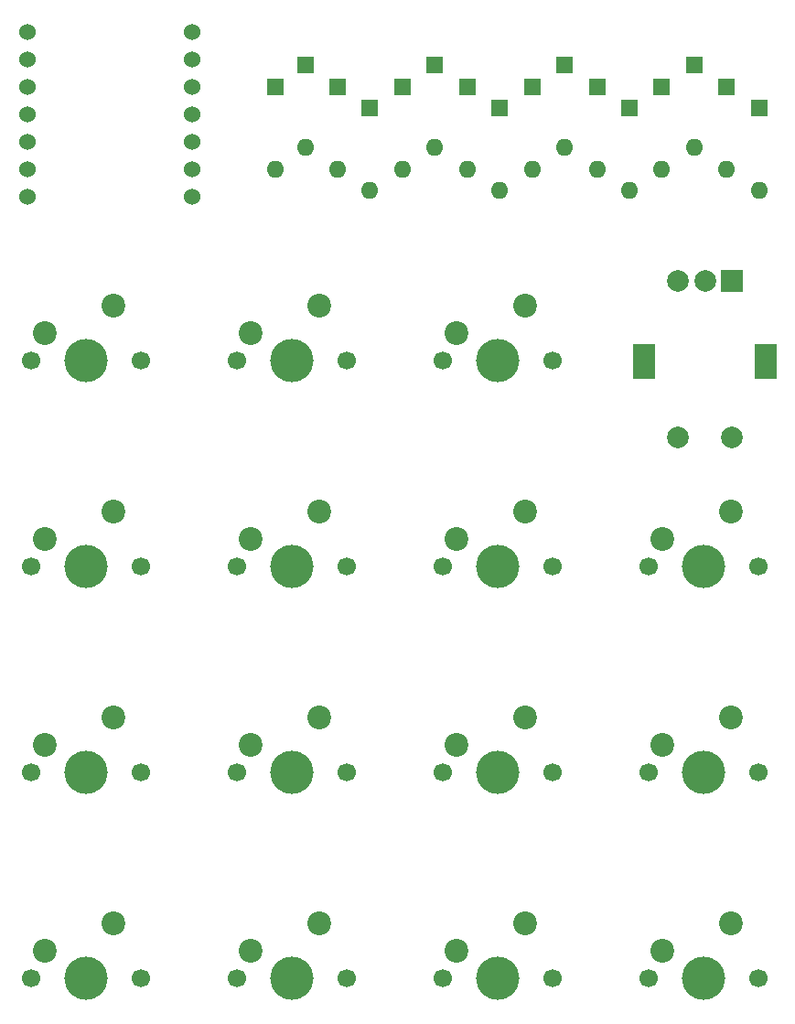
<source format=gbs>
%TF.GenerationSoftware,KiCad,Pcbnew,8.0.8*%
%TF.CreationDate,2025-02-12T11:08:45-05:00*%
%TF.ProjectId,hackpad,6861636b-7061-4642-9e6b-696361645f70,rev?*%
%TF.SameCoordinates,Original*%
%TF.FileFunction,Soldermask,Bot*%
%TF.FilePolarity,Negative*%
%FSLAX46Y46*%
G04 Gerber Fmt 4.6, Leading zero omitted, Abs format (unit mm)*
G04 Created by KiCad (PCBNEW 8.0.8) date 2025-02-12 11:08:45*
%MOMM*%
%LPD*%
G01*
G04 APERTURE LIST*
%ADD10R,1.600000X1.600000*%
%ADD11O,1.600000X1.600000*%
%ADD12C,1.700000*%
%ADD13C,4.000000*%
%ADD14C,2.200000*%
%ADD15C,1.524000*%
%ADD16R,2.000000X2.000000*%
%ADD17C,2.000000*%
%ADD18R,2.000000X3.200000*%
G04 APERTURE END LIST*
D10*
%TO.C,D6*%
X88731250Y-36000000D03*
D11*
X88731250Y-43620000D03*
%TD*%
D12*
%TO.C,SW9*%
X70430000Y-101430000D03*
D13*
X75510000Y-101430000D03*
D12*
X80590000Y-101430000D03*
D14*
X78050000Y-96350000D03*
X71700000Y-98890000D03*
%TD*%
D10*
%TO.C,D1*%
X74000000Y-38000000D03*
D11*
X74000000Y-45620000D03*
%TD*%
D12*
%TO.C,SW14*%
X70430000Y-120480000D03*
D13*
X75510000Y-120480000D03*
D12*
X80590000Y-120480000D03*
D14*
X78050000Y-115400000D03*
X71700000Y-117940000D03*
%TD*%
D12*
%TO.C,SW2*%
X51380000Y-82380000D03*
D13*
X56460000Y-82380000D03*
D12*
X61540000Y-82380000D03*
D14*
X59000000Y-77300000D03*
X52650000Y-79840000D03*
%TD*%
D15*
%TO.C,U1*%
X51000000Y-33000000D03*
X51000000Y-35540000D03*
X51000000Y-38080000D03*
X51000000Y-40620000D03*
X51000000Y-43160000D03*
X51000000Y-45700000D03*
X51000000Y-48240000D03*
X66240000Y-48240000D03*
X66240000Y-45700000D03*
X66240000Y-43160000D03*
X66240000Y-40620000D03*
X66240000Y-38080000D03*
X66240000Y-35540000D03*
X66240000Y-33000000D03*
%TD*%
D10*
%TO.C,D15*%
X106731250Y-40000000D03*
D11*
X106731250Y-47620000D03*
%TD*%
D10*
%TO.C,D13*%
X82731250Y-40000000D03*
D11*
X82731250Y-47620000D03*
%TD*%
D10*
%TO.C,D12*%
X115731250Y-38000000D03*
D11*
X115731250Y-45620000D03*
%TD*%
D12*
%TO.C,SW1*%
X51380000Y-63330000D03*
D13*
X56460000Y-63330000D03*
D12*
X61540000Y-63330000D03*
D14*
X59000000Y-58250000D03*
X52650000Y-60790000D03*
%TD*%
D16*
%TO.C,SW10*%
X116228750Y-55973750D03*
D17*
X111228750Y-55973750D03*
X113728750Y-55973750D03*
D18*
X119328750Y-63473750D03*
X108128750Y-63473750D03*
D17*
X116228750Y-70473750D03*
X111228750Y-70473750D03*
%TD*%
D10*
%TO.C,D9*%
X79731250Y-38000000D03*
D11*
X79731250Y-45620000D03*
%TD*%
D12*
%TO.C,SW8*%
X51380000Y-101430000D03*
D13*
X56460000Y-101430000D03*
D12*
X61540000Y-101430000D03*
D14*
X59000000Y-96350000D03*
X52650000Y-98890000D03*
%TD*%
D12*
%TO.C,SW7*%
X89480000Y-63330000D03*
D13*
X94560000Y-63330000D03*
D12*
X99640000Y-63330000D03*
D14*
X97100000Y-58250000D03*
X90750000Y-60790000D03*
%TD*%
D10*
%TO.C,D7*%
X100731250Y-36000000D03*
D11*
X100731250Y-43620000D03*
%TD*%
D12*
%TO.C,SW5*%
X89480000Y-82380000D03*
D13*
X94560000Y-82380000D03*
D12*
X99640000Y-82380000D03*
D14*
X97100000Y-77300000D03*
X90750000Y-79840000D03*
%TD*%
D12*
%TO.C,SW12*%
X108530000Y-101430000D03*
D13*
X113610000Y-101430000D03*
D12*
X118690000Y-101430000D03*
D14*
X116150000Y-96350000D03*
X109800000Y-98890000D03*
%TD*%
D10*
%TO.C,D3*%
X97731250Y-38000000D03*
D11*
X97731250Y-45620000D03*
%TD*%
D12*
%TO.C,SW15*%
X89480000Y-120480000D03*
D13*
X94560000Y-120480000D03*
D12*
X99640000Y-120480000D03*
D14*
X97100000Y-115400000D03*
X90750000Y-117940000D03*
%TD*%
D12*
%TO.C,SW13*%
X51380000Y-120480000D03*
D13*
X56460000Y-120480000D03*
D12*
X61540000Y-120480000D03*
D14*
X59000000Y-115400000D03*
X52650000Y-117940000D03*
%TD*%
D12*
%TO.C,SW11*%
X89480000Y-101430000D03*
D13*
X94560000Y-101430000D03*
D12*
X99640000Y-101430000D03*
D14*
X97100000Y-96350000D03*
X90750000Y-98890000D03*
%TD*%
D12*
%TO.C,SW6*%
X108530000Y-82380000D03*
D13*
X113610000Y-82380000D03*
D12*
X118690000Y-82380000D03*
D14*
X116150000Y-77300000D03*
X109800000Y-79840000D03*
%TD*%
D10*
%TO.C,D8*%
X112731250Y-36000000D03*
D11*
X112731250Y-43620000D03*
%TD*%
D12*
%TO.C,SW16*%
X108530000Y-120480000D03*
D13*
X113610000Y-120480000D03*
D12*
X118690000Y-120480000D03*
D14*
X116150000Y-115400000D03*
X109800000Y-117940000D03*
%TD*%
D10*
%TO.C,D14*%
X94731250Y-40000000D03*
D11*
X94731250Y-47620000D03*
%TD*%
D10*
%TO.C,D11*%
X103731250Y-38000000D03*
D11*
X103731250Y-45620000D03*
%TD*%
D12*
%TO.C,SW4*%
X70430000Y-63330000D03*
D13*
X75510000Y-63330000D03*
D12*
X80590000Y-63330000D03*
D14*
X78050000Y-58250000D03*
X71700000Y-60790000D03*
%TD*%
D10*
%TO.C,D5*%
X76731250Y-36000000D03*
D11*
X76731250Y-43620000D03*
%TD*%
D10*
%TO.C,D2*%
X85731250Y-38000000D03*
D11*
X85731250Y-45620000D03*
%TD*%
D10*
%TO.C,D16*%
X118731250Y-40000000D03*
D11*
X118731250Y-47620000D03*
%TD*%
D12*
%TO.C,SW3*%
X70430000Y-82380000D03*
D13*
X75510000Y-82380000D03*
D12*
X80590000Y-82380000D03*
D14*
X78050000Y-77300000D03*
X71700000Y-79840000D03*
%TD*%
D10*
%TO.C,D4*%
X109731250Y-38000000D03*
D11*
X109731250Y-45620000D03*
%TD*%
D10*
%TO.C,D10*%
X91731250Y-38000000D03*
D11*
X91731250Y-45620000D03*
%TD*%
M02*

</source>
